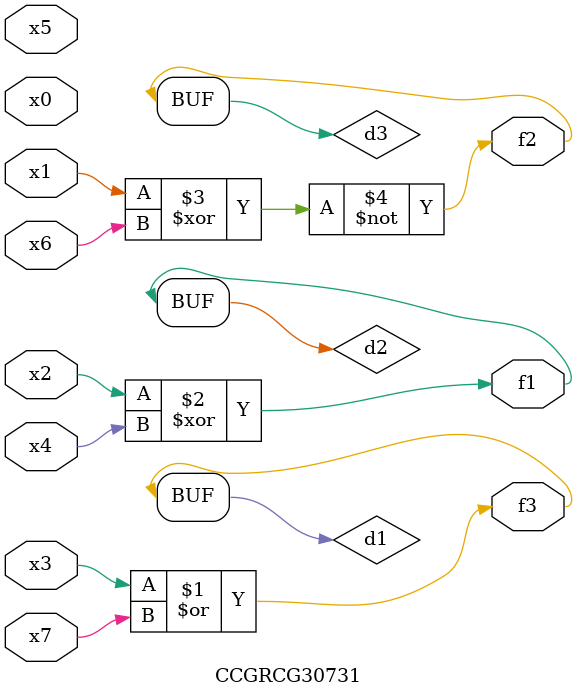
<source format=v>
module CCGRCG30731(
	input x0, x1, x2, x3, x4, x5, x6, x7,
	output f1, f2, f3
);

	wire d1, d2, d3;

	or (d1, x3, x7);
	xor (d2, x2, x4);
	xnor (d3, x1, x6);
	assign f1 = d2;
	assign f2 = d3;
	assign f3 = d1;
endmodule

</source>
